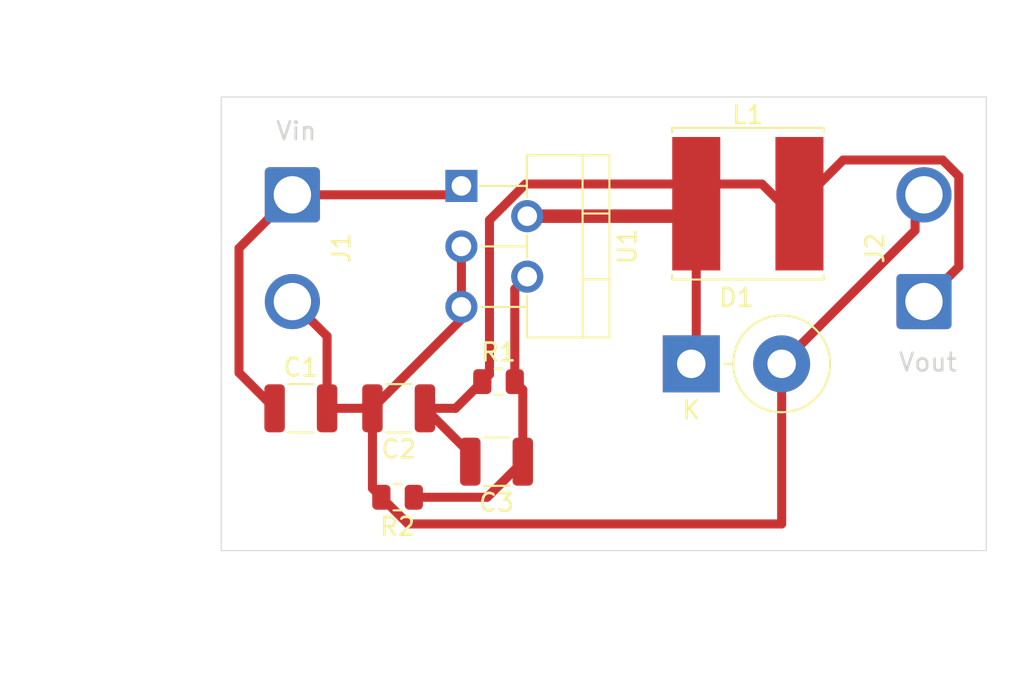
<source format=kicad_pcb>
(kicad_pcb (version 20240108) (generator "pcbnew") (generator_version "8.0")
  (title_block (title "Step down voltaje converter") (date "2024-04-21") (rev "Fabrizio Yucra") (company "UCB") (comment 1 "Diseño de la placa PCB de conversor de voltaje reductor"))
  (layers (0 "F.Cu" signal) (31 "B.Cu" signal) (34 "B.Paste" user) (35 "F.Paste" user) (36 "B.SilkS" user "B.Silkscreen") (37 "F.SilkS" user "F.Silkscreen") (38 "B.Mask" user) (39 "F.Mask" user) (44 "Edge.Cuts" user))
  (net 0 "")
  (net 1 "Net-(J1-Pin_1)")
  (net 2 "GND")
  (net 3 "Net-(J2-Pin_1)")
  (net 4 "Net-(U1-FB)")
  (net 5 "Net-(D1-K)")
  (footprint "Connector_Wire:SolderWire-1.5sqmm_1x02_P6mm_D1.7mm_OD3mm" (layer "F.Cu") (at 89 54.5 -90)
    (property "Reference" "J1" (at 3 -2.75 90) (layer "F.SilkS"))
    (property "Value" "Vin")
    (pad "1" thru_hole roundrect (at 0 0 270) (size 3.1 3.1) (drill 2.1) (layers "*.Cu" "*.Mask") (roundrect_rratio 0.080645) (net 1 "Net-(J1-Pin_1)"))
    (pad "2" thru_hole circle (at 6 0 270) (size 3.1 3.1) (drill 2.1) (layers "*.Cu" "*.Mask") (net 2 "GND"))
  )
  (footprint "Resistor_SMD:R_0805_2012Metric" (layer "F.Cu") (at 94.9125 71.5 180)
    (property "Reference" "R2" (at 0 -1.65 180) (layer "F.SilkS"))
    (property "Value" "1k")
    (fp_line (start -0.227064 0.735) (end 0.227064 0.735) (stroke (width 0.12)) (layer "F.SilkS"))
    (fp_line (start -0.227064 -0.735) (end 0.227064 -0.735) (stroke (width 0.12)) (layer "F.SilkS"))
    (pad "1" smd roundrect (at -0.9125 0 180) (size 1.025 1.4) (layers "F.Cu" "F.Paste" "F.Mask") (roundrect_rratio 0.243902) (net 4 "Net-(U1-FB)"))
    (pad "2" smd roundrect (at 0.9125 0 180) (size 1.025 1.4) (layers "F.Cu" "F.Paste" "F.Mask") (roundrect_rratio 0.243902) (net 2 "GND"))
  )
  (footprint "Capacitor_SMD:C_1210_3225Metric" (layer "F.Cu") (at 94.975 66.5 180)
    (property "Reference" "C2" (at 0 -2.3 180) (layer "F.SilkS"))
    (property "Value" "220uF")
    (fp_line (start -0.711252 1.36) (end 0.711252 1.36) (stroke (width 0.12)) (layer "F.SilkS"))
    (fp_line (start -0.711252 -1.36) (end 0.711252 -1.36) (stroke (width 0.12)) (layer "F.SilkS"))
    (pad "1" smd roundrect (at -1.475 0 180) (size 1.15 2.7) (layers "F.Cu" "F.Paste" "F.Mask") (roundrect_rratio 0.217391) (net 3 "Net-(J2-Pin_1)"))
    (pad "2" smd roundrect (at 1.475 0 180) (size 1.15 2.7) (layers "F.Cu" "F.Paste" "F.Mask") (roundrect_rratio 0.217391) (net 2 "GND"))
  )
  (footprint "Capacitor_SMD:C_1210_3225Metric" (layer "F.Cu") (at 89.475 66.5)
    (property "Reference" "C1" (at 0 -2.3 0) (layer "F.SilkS"))
    (property "Value" "100uF")
    (fp_line (start -0.711252 -1.36) (end 0.711252 -1.36) (stroke (width 0.12)) (layer "F.SilkS"))
    (fp_line (start -0.711252 1.36) (end 0.711252 1.36) (stroke (width 0.12)) (layer "F.SilkS"))
    (pad "1" smd roundrect (at -1.475 0) (size 1.15 2.7) (layers "F.Cu" "F.Paste" "F.Mask") (roundrect_rratio 0.217391) (net 1 "Net-(J1-Pin_1)"))
    (pad "2" smd roundrect (at 1.475 0) (size 1.15 2.7) (layers "F.Cu" "F.Paste" "F.Mask") (roundrect_rratio 0.217391) (net 2 "GND"))
  )
  (footprint "Inductor_SMD:L_Cenker_CKCS8080" (layer "F.Cu") (at 114.6 55)
    (property "Reference" "L1" (at 0 -5 0) (layer "F.SilkS"))
    (property "Value" "L")
    (fp_line (start -4.26 -4.26) (end -4.26 -4.01) (stroke (width 0.12)) (layer "F.SilkS"))
    (fp_line (start -4.26 -4.26) (end 4.26 -4.26) (stroke (width 0.12)) (layer "F.SilkS"))
    (fp_line (start -4.26 4.26) (end -4.26 4.01) (stroke (width 0.12)) (layer "F.SilkS"))
    (fp_line (start -4.26 4.26) (end 4.26 4.26) (stroke (width 0.12)) (layer "F.SilkS"))
    (fp_line (start 4.26 -4.26) (end 4.26 -4.01) (stroke (width 0.12)) (layer "F.SilkS"))
    (fp_line (start 4.26 4.26) (end 4.26 4.01) (stroke (width 0.12)) (layer "F.SilkS"))
    (pad "1" smd rect (at -2.9 0) (size 2.7 7.5) (layers "F.Cu" "F.Paste" "F.Mask") (net 5 "Net-(D1-K)"))
    (pad "2" smd rect (at 2.9 0) (size 2.7 7.5) (layers "F.Cu" "F.Paste" "F.Mask") (net 3 "Net-(J2-Pin_1)"))
  )
  (footprint "Capacitor_SMD:C_1210_3225Metric" (layer "F.Cu") (at 100.475 69.5 180)
    (property "Reference" "C3" (at 0 -2.3 180) (layer "F.SilkS"))
    (property "Value" "C")
    (fp_line (start -0.711252 1.36) (end 0.711252 1.36) (stroke (width 0.12)) (layer "F.SilkS"))
    (fp_line (start -0.711252 -1.36) (end 0.711252 -1.36) (stroke (width 0.12)) (layer "F.SilkS"))
    (pad "1" smd roundrect (at -1.475 0 180) (size 1.15 2.7) (layers "F.Cu" "F.Paste" "F.Mask") (roundrect_rratio 0.217391) (net 4 "Net-(U1-FB)"))
    (pad "2" smd roundrect (at 1.475 0 180) (size 1.15 2.7) (layers "F.Cu" "F.Paste" "F.Mask") (roundrect_rratio 0.217391) (net 3 "Net-(J2-Pin_1)"))
  )
  (footprint "Connector_Wire:SolderWire-1.5sqmm_1x02_P6mm_D1.7mm_OD3mm" (layer "F.Cu") (at 124.5 60.5 90)
    (property "Reference" "J2" (at 3 -2.75 -90) (layer "F.SilkS"))
    (property "Value" "Vout")
    (pad "1" thru_hole roundrect (at 0 0 90) (size 3.1 3.1) (drill 2.1) (layers "*.Cu" "*.Mask") (roundrect_rratio 0.080645) (net 3 "Net-(J2-Pin_1)"))
    (pad "2" thru_hole circle (at 6 0 90) (size 3.1 3.1) (drill 2.1) (layers "*.Cu" "*.Mask") (net 2 "GND"))
  )
  (footprint "Diode_THT:D_DO-201AD_P5.08mm_Vertical_KathodeUp" (layer "F.Cu") (at 111.42 64)
    (property "Reference" "D1" (at 2.54 -3.72 0) (layer "F.SilkS"))
    (property "Value" "1N5822")
    (fp_line (start 2.36 0) (end 1.9 0) (stroke (width 0.12)) (layer "F.SilkS"))
    (fp_circle (center 5.08 0) (end 7.8 0) (stroke (width 0.12)) (fill none) (layer "F.SilkS"))
    (fp_text user "K" (at 0 2.6 0) (layer "F.SilkS"))
    (pad "1" thru_hole rect (at 0 0) (size 3.2 3.2) (drill 1.6) (layers "*.Cu" "*.Mask") (net 5 "Net-(D1-K)"))
    (pad "2" thru_hole oval (at 5.08 0) (size 3.2 3.2) (drill 1.6) (layers "*.Cu" "*.Mask") (net 2 "GND"))
  )
  (footprint "Package_TO_SOT_THT:TO-220-5_P3.4x3.7mm_StaggerOdd_Lead3.8mm_Vertical" (layer "F.Cu") (at 98.5 54 -90)
    (property "Reference" "U1" (at 3.4 -9.32 90) (layer "F.SilkS"))
    (property "Value" "LM2596T-ADJ")
    (fp_line (start -1.721 -3.679) (end 0.635 -3.679) (stroke (width 0.12)) (layer "F.SilkS"))
    (fp_line (start 0 -3.679) (end 0 -1.049) (stroke (width 0.12)) (layer "F.SilkS"))
    (fp_line (start 2.765 -3.679) (end 4.035 -3.679) (stroke (width 0.12)) (layer "F.SilkS"))
    (fp_line (start 3.4 -3.679) (end 3.4 -1.065) (stroke (width 0.12)) (layer "F.SilkS"))
    (fp_line (start 6.165 -3.679) (end 8.52 -3.679) (stroke (width 0.12)) (layer "F.SilkS"))
    (fp_line (start 6.8 -3.679) (end 6.8 -1.065) (stroke (width 0.12)) (layer "F.SilkS"))
    (fp_line (start -1.721 -6.811) (end 8.52 -6.811) (stroke (width 0.12)) (layer "F.SilkS"))
    (fp_line (start -1.721 -8.32) (end -1.721 -3.679) (stroke (width 0.12)) (layer "F.SilkS"))
    (fp_line (start -1.721 -8.32) (end 8.52 -8.32) (stroke (width 0.12)) (layer "F.SilkS"))
    (fp_line (start 1.55 -8.32) (end 1.55 -6.811) (stroke (width 0.12)) (layer "F.SilkS"))
    (fp_line (start 5.25 -8.32) (end 5.25 -6.811) (stroke (width 0.12)) (layer "F.SilkS"))
    (fp_line (start 8.52 -8.32) (end 8.52 -3.679) (stroke (width 0.12)) (layer "F.SilkS"))
    (pad "1" thru_hole rect (at 0 0 270) (size 1.8 1.8) (drill 1.1) (layers "*.Cu" "*.Mask") (net 1 "Net-(J1-Pin_1)"))
    (pad "2" thru_hole oval (at 1.7 -3.7 270) (size 1.8 1.8) (drill 1.1) (layers "*.Cu" "*.Mask") (net 5 "Net-(D1-K)"))
    (pad "3" thru_hole oval (at 3.4 0 270) (size 1.8 1.8) (drill 1.1) (layers "*.Cu" "*.Mask") (net 2 "GND"))
    (pad "4" thru_hole oval (at 5.1 -3.7 270) (size 1.8 1.8) (drill 1.1) (layers "*.Cu" "*.Mask") (net 4 "Net-(U1-FB)"))
    (pad "5" thru_hole oval (at 6.8 0 270) (size 1.8 1.8) (drill 1.1) (layers "*.Cu" "*.Mask") (net 2 "GND"))
  )
  (footprint "Resistor_SMD:R_0805_2012Metric" (layer "F.Cu") (at 100.5875 65)
    (property "Reference" "R1" (at 0 -1.65 0) (layer "F.SilkS"))
    (property "Value" "3.1k")
    (fp_line (start -0.227064 -0.735) (end 0.227064 -0.735) (stroke (width 0.12)) (layer "F.SilkS"))
    (fp_line (start -0.227064 0.735) (end 0.227064 0.735) (stroke (width 0.12)) (layer "F.SilkS"))
    (pad "1" smd roundrect (at -0.9125 0) (size 1.025 1.4) (layers "F.Cu" "F.Paste" "F.Mask") (roundrect_rratio 0.243902) (net 3 "Net-(J2-Pin_1)"))
    (pad "2" smd roundrect (at 0.9125 0) (size 1.025 1.4) (layers "F.Cu" "F.Paste" "F.Mask") (roundrect_rratio 0.243902) (net 4 "Net-(U1-FB)"))
  )
  (gr_rect (start 85 49) (end 128 74.5) (stroke (width 0.05)) (fill none) (layer "Edge.Cuts"))
  (gr_text "Vin" (at 88 51.5 0) (layer "Edge.Cuts") (effects (font (size 1 1)) (justify left bottom)))
  (gr_text "Vout" (at 123 64.5 0) (layer "Edge.Cuts") (effects (font (size 1 1)) (justify left bottom)))
  (segment (start 89 54.5) (end 86 57.5) (width 0.508) (layer "F.Cu") (net 1))
  (segment (start 86 64.5) (end 88 66.5) (width 0.508) (layer "F.Cu") (net 1))
  (segment (start 86 57.5) (end 86 64.5) (width 0.508) (layer "F.Cu") (net 1))
  (segment (start 98 54.5) (end 98.5 54) (width 0.508) (layer "F.Cu") (net 1))
  (segment (start 89 54.5) (end 98 54.5) (width 0.508) (layer "F.Cu") (net 1))
  (segment (start 124 55) (end 124 56.5) (width 0.508) (layer "F.Cu") (net 2))
  (segment (start 89 60.5) (end 90.95 62.45) (width 0.508) (layer "F.Cu") (net 2))
  (segment (start 124 56.5) (end 116.5 64) (width 0.508) (layer "F.Cu") (net 2))
  (segment (start 93.5 66.5) (end 98.5 61.5) (width 0.508) (layer "F.Cu") (net 2))
  (segment (start 98.5 61.5) (end 98.5 60.8) (width 0.508) (layer "F.Cu") (net 2))
  (segment (start 90.95 66.5) (end 93.5 66.5) (width 0.508) (layer "F.Cu") (net 2))
  (segment (start 93.5 71) (end 94 71.5) (width 0.508) (layer "F.Cu") (net 2))
  (segment (start 124.5 54.5) (end 124 55) (width 0.508) (layer "F.Cu") (net 2))
  (segment (start 116.5 73) (end 95.5 73) (width 0.508) (layer "F.Cu") (net 2))
  (segment (start 95.5 73) (end 94 71.5) (width 0.508) (layer "F.Cu") (net 2))
  (segment (start 98.5 57.4) (end 98.5 60.8) (width 0.508) (layer "F.Cu") (net 2))
  (segment (start 116.5 64) (end 116.5 73) (width 0.508) (layer "F.Cu") (net 2))
  (segment (start 93.5 66.5) (end 93.5 71) (width 0.508) (layer "F.Cu") (net 2))
  (segment (start 90.95 62.45) (end 90.95 66.5) (width 0.508) (layer "F.Cu") (net 2))
  (segment (start 99 69.05) (end 96.45 66.5) (width 0.508) (layer "F.Cu") (net 3))
  (segment (start 96.45 66.5) (end 98.175 66.5) (width 0.508) (layer "F.Cu") (net 3))
  (segment (start 125.5436 52.5436) (end 119.9564 52.5436) (width 0.508) (layer "F.Cu") (net 3))
  (segment (start 99 69.5) (end 99 69.05) (width 0.508) (layer "F.Cu") (net 3))
  (segment (start 126.4564 58.5436) (end 126.4564 53.4564) (width 0.508) (layer "F.Cu") (net 3))
  (segment (start 119.9564 52.5436) (end 117.5 55) (width 0.508) (layer "F.Cu") (net 3))
  (segment (start 116.5 55) (end 117.5 55) (width 0.508) (layer "F.Cu") (net 3))
  (segment (start 126.4564 53.4564) (end 125.5436 52.5436) (width 0.508) (layer "F.Cu") (net 3))
  (segment (start 100.077706 55.922294) (end 102.1064 53.8936) (width 0.508) (layer "F.Cu") (net 3))
  (segment (start 98.175 66.5) (end 99.675 65) (width 0.508) (layer "F.Cu") (net 3))
  (segment (start 124.5 60.5) (end 126.4564 58.5436) (width 0.508) (layer "F.Cu") (net 3))
  (segment (start 117.08 54.5) (end 116.58 55) (width 0.508) (layer "F.Cu") (net 3))
  (segment (start 100.077706 64.597294) (end 100.077706 55.922294) (width 0.508) (layer "F.Cu") (net 3))
  (segment (start 102.1064 53.8936) (end 115.3936 53.8936) (width 0.508) (layer "F.Cu") (net 3))
  (segment (start 115.3936 53.8936) (end 116.5 55) (width 0.508) (layer "F.Cu") (net 3))
  (segment (start 99.675 65) (end 100.077706 64.597294) (width 0.508) (layer "F.Cu") (net 3))
  (segment (start 101.5 65) (end 101.5 59.8) (width 0.508) (layer "F.Cu") (net 4))
  (segment (start 101.5 59.8) (end 102.2 59.1) (width 0.508) (layer "F.Cu") (net 4))
  (segment (start 99.95 71.5) (end 101.95 69.5) (width 0.508) (layer "F.Cu") (net 4))
  (segment (start 101.95 69.5) (end 101.95 65.45) (width 0.508) (layer "F.Cu") (net 4))
  (segment (start 95.825 71.5) (end 99.95 71.5) (width 0.508) (layer "F.Cu") (net 4))
  (segment (start 101.95 65.45) (end 101.5 65) (width 0.508) (layer "F.Cu") (net 4))
  (segment (start 111.5 63.92) (end 111.42 64) (width 0.508) (layer "F.Cu") (net 5))
  (segment (start 111.42 64) (end 111.42 63.58) (width 0.508) (layer "F.Cu") (net 5))
  (segment (start 112 55.5) (end 111.5 55) (width 0.508) (layer "F.Cu") (net 5))
  (segment (start 111.3 55.7) (end 111.5 55.5) (width 0.508) (layer "F.Cu") (net 5))
  (segment (start 111.7 63.3) (end 111.7 55) (width 0.508) (layer "F.Cu") (net 5))
  (segment (start 111 55.7) (end 111.7 55) (width 0.762) (layer "F.Cu") (net 5))
  (segment (start 111.42 63.58) (end 111.7 63.3) (width 0.508) (layer "F.Cu") (net 5))
  (segment (start 102.2 55.7) (end 111 55.7) (width 0.762) (layer "F.Cu") (net 5))
)
</source>
